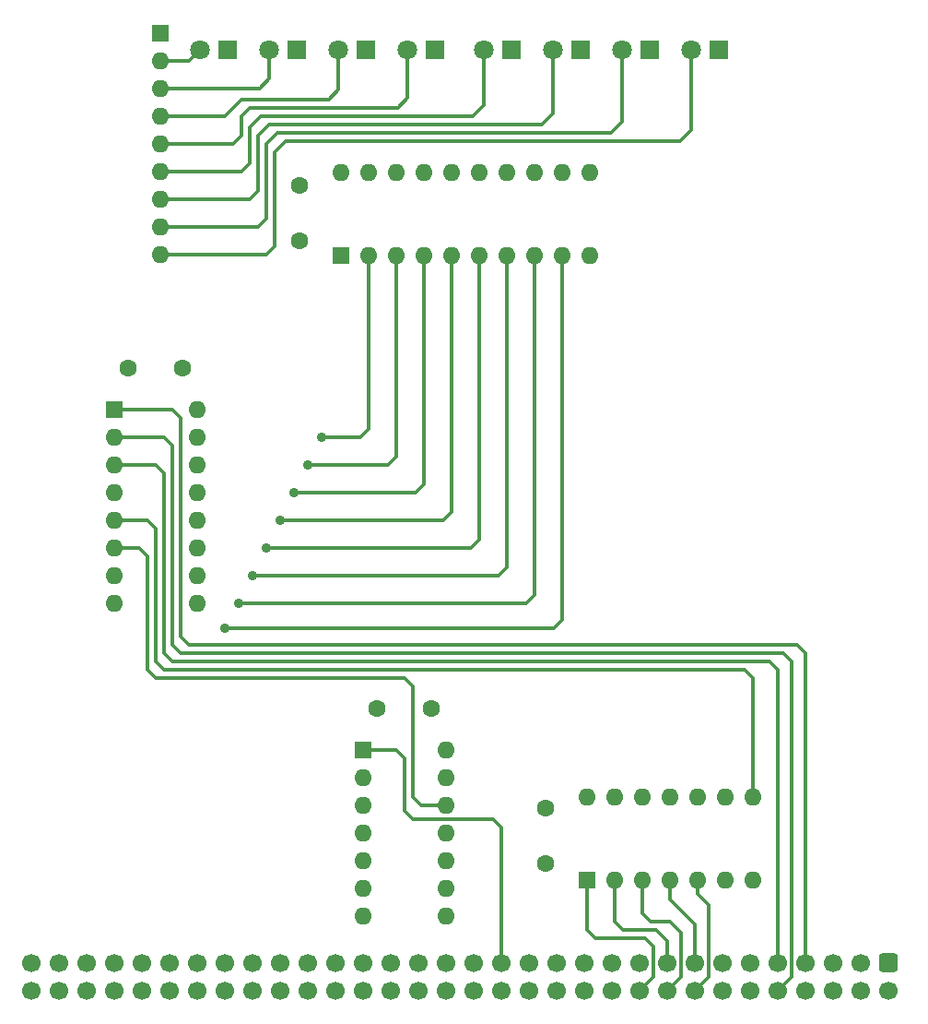
<source format=gbl>
G04 #@! TF.GenerationSoftware,KiCad,Pcbnew,5.1.6-c6e7f7d~86~ubuntu18.04.1*
G04 #@! TF.CreationDate,2020-06-20T00:16:09+12:00*
G04 #@! TF.ProjectId,M1 Address Decoding,4d312041-6464-4726-9573-73204465636f,rev?*
G04 #@! TF.SameCoordinates,Original*
G04 #@! TF.FileFunction,Copper,L4,Bot*
G04 #@! TF.FilePolarity,Positive*
%FSLAX46Y46*%
G04 Gerber Fmt 4.6, Leading zero omitted, Abs format (unit mm)*
G04 Created by KiCad (PCBNEW 5.1.6-c6e7f7d~86~ubuntu18.04.1) date 2020-06-20 00:16:09*
%MOMM*%
%LPD*%
G01*
G04 APERTURE LIST*
G04 #@! TA.AperFunction,ComponentPad*
%ADD10C,1.600000*%
G04 #@! TD*
G04 #@! TA.AperFunction,ComponentPad*
%ADD11C,1.700000*%
G04 #@! TD*
G04 #@! TA.AperFunction,ComponentPad*
%ADD12R,1.600000X1.600000*%
G04 #@! TD*
G04 #@! TA.AperFunction,ComponentPad*
%ADD13O,1.600000X1.600000*%
G04 #@! TD*
G04 #@! TA.AperFunction,ComponentPad*
%ADD14C,1.800000*%
G04 #@! TD*
G04 #@! TA.AperFunction,ComponentPad*
%ADD15R,1.800000X1.800000*%
G04 #@! TD*
G04 #@! TA.AperFunction,ViaPad*
%ADD16C,0.889000*%
G04 #@! TD*
G04 #@! TA.AperFunction,Conductor*
%ADD17C,0.330200*%
G04 #@! TD*
G04 APERTURE END LIST*
D10*
G04 #@! TO.P,C7,2*
G04 #@! TO.N,+5V*
X137795000Y-64215000D03*
G04 #@! TO.P,C7,1*
G04 #@! TO.N,GND*
X137795000Y-69215000D03*
G04 #@! TD*
G04 #@! TO.P,J1,1*
G04 #@! TO.N,GND*
G04 #@! TA.AperFunction,ComponentPad*
G36*
G01*
X191297000Y-134659000D02*
X192497000Y-134659000D01*
G75*
G02*
X192747000Y-134909000I0J-250000D01*
G01*
X192747000Y-136109000D01*
G75*
G02*
X192497000Y-136359000I-250000J0D01*
G01*
X191297000Y-136359000D01*
G75*
G02*
X191047000Y-136109000I0J250000D01*
G01*
X191047000Y-134909000D01*
G75*
G02*
X191297000Y-134659000I250000J0D01*
G01*
G37*
G04 #@! TD.AperFunction*
D11*
G04 #@! TO.P,J1,3*
G04 #@! TO.N,/A1*
X189357000Y-135509000D03*
G04 #@! TO.P,J1,5*
G04 #@! TO.N,/A3*
X186817000Y-135509000D03*
G04 #@! TO.P,J1,7*
G04 #@! TO.N,/A5*
X184277000Y-135509000D03*
G04 #@! TO.P,J1,9*
G04 #@! TO.N,/A7*
X181737000Y-135509000D03*
G04 #@! TO.P,J1,11*
G04 #@! TO.N,GND*
X179197000Y-135509000D03*
G04 #@! TO.P,J1,13*
X176657000Y-135509000D03*
G04 #@! TO.P,J1,15*
G04 #@! TO.N,/A9*
X174117000Y-135509000D03*
G04 #@! TO.P,J1,17*
G04 #@! TO.N,/A11*
X171577000Y-135509000D03*
G04 #@! TO.P,J1,19*
G04 #@! TO.N,/A13*
X169037000Y-135509000D03*
G04 #@! TO.P,J1,21*
G04 #@! TO.N,/A15*
X166497000Y-135509000D03*
G04 #@! TO.P,J1,23*
G04 #@! TO.N,GND*
X163957000Y-135509000D03*
G04 #@! TO.P,J1,25*
G04 #@! TO.N,+5V*
X161417000Y-135509000D03*
G04 #@! TO.P,J1,27*
G04 #@! TO.N,GND*
X158877000Y-135509000D03*
G04 #@! TO.P,J1,29*
G04 #@! TO.N,/nPCOE*
X156337000Y-135509000D03*
G04 #@! TO.P,J1,31*
G04 #@! TO.N,Net-(J1-Pad31)*
X153797000Y-135509000D03*
G04 #@! TO.P,J1,33*
G04 #@! TO.N,/nADROE*
X151257000Y-135509000D03*
G04 #@! TO.P,J1,35*
G04 #@! TO.N,Net-(J1-Pad35)*
X148717000Y-135509000D03*
G04 #@! TO.P,J1,37*
G04 #@! TO.N,/nMEN*
X146177000Y-135509000D03*
G04 #@! TO.P,J1,39*
G04 #@! TO.N,GND*
X143637000Y-135509000D03*
G04 #@! TO.P,J1,41*
X141097000Y-135509000D03*
G04 #@! TO.P,J1,43*
G04 #@! TO.N,/nIOSEL1*
X138557000Y-135509000D03*
G04 #@! TO.P,J1,45*
G04 #@! TO.N,/nIOSEL3*
X136017000Y-135509000D03*
G04 #@! TO.P,J1,47*
G04 #@! TO.N,/nIOSEL5*
X133477000Y-135509000D03*
G04 #@! TO.P,J1,49*
G04 #@! TO.N,/nIOSEL7*
X130937000Y-135509000D03*
G04 #@! TO.P,J1,51*
G04 #@! TO.N,GND*
X128397000Y-135509000D03*
G04 #@! TO.P,J1,53*
X125857000Y-135509000D03*
G04 #@! TO.P,J1,55*
G04 #@! TO.N,Net-(J1-Pad55)*
X123317000Y-135509000D03*
G04 #@! TO.P,J1,57*
G04 #@! TO.N,Net-(J1-Pad57)*
X120777000Y-135509000D03*
G04 #@! TO.P,J1,59*
G04 #@! TO.N,Net-(J1-Pad59)*
X118237000Y-135509000D03*
G04 #@! TO.P,J1,61*
G04 #@! TO.N,Net-(J1-Pad61)*
X115697000Y-135509000D03*
G04 #@! TO.P,J1,63*
G04 #@! TO.N,GND*
X113157000Y-135509000D03*
G04 #@! TO.P,J1,2*
X191897000Y-138049000D03*
G04 #@! TO.P,J1,4*
G04 #@! TO.N,/A0*
X189357000Y-138049000D03*
G04 #@! TO.P,J1,6*
G04 #@! TO.N,/A2*
X186817000Y-138049000D03*
G04 #@! TO.P,J1,8*
G04 #@! TO.N,/A4*
X184277000Y-138049000D03*
G04 #@! TO.P,J1,10*
G04 #@! TO.N,/A6*
X181737000Y-138049000D03*
G04 #@! TO.P,J1,12*
G04 #@! TO.N,GND*
X179197000Y-138049000D03*
G04 #@! TO.P,J1,14*
X176657000Y-138049000D03*
G04 #@! TO.P,J1,16*
G04 #@! TO.N,/A8*
X174117000Y-138049000D03*
G04 #@! TO.P,J1,18*
G04 #@! TO.N,/A10*
X171577000Y-138049000D03*
G04 #@! TO.P,J1,20*
G04 #@! TO.N,/A12*
X169037000Y-138049000D03*
G04 #@! TO.P,J1,22*
G04 #@! TO.N,/A14*
X166497000Y-138049000D03*
G04 #@! TO.P,J1,24*
G04 #@! TO.N,GND*
X163957000Y-138049000D03*
G04 #@! TO.P,J1,26*
G04 #@! TO.N,+5V*
X161417000Y-138049000D03*
G04 #@! TO.P,J1,28*
G04 #@! TO.N,GND*
X158877000Y-138049000D03*
G04 #@! TO.P,J1,30*
G04 #@! TO.N,Net-(J1-Pad30)*
X156337000Y-138049000D03*
G04 #@! TO.P,J1,32*
G04 #@! TO.N,Net-(J1-Pad32)*
X153797000Y-138049000D03*
G04 #@! TO.P,J1,34*
G04 #@! TO.N,Net-(J1-Pad34)*
X151257000Y-138049000D03*
G04 #@! TO.P,J1,36*
G04 #@! TO.N,Net-(J1-Pad36)*
X148717000Y-138049000D03*
G04 #@! TO.P,J1,38*
G04 #@! TO.N,Net-(J1-Pad38)*
X146177000Y-138049000D03*
G04 #@! TO.P,J1,40*
G04 #@! TO.N,Net-(J1-Pad40)*
X143637000Y-138049000D03*
G04 #@! TO.P,J1,42*
G04 #@! TO.N,GND*
X141097000Y-138049000D03*
G04 #@! TO.P,J1,44*
G04 #@! TO.N,/nIOSEL0*
X138557000Y-138049000D03*
G04 #@! TO.P,J1,46*
G04 #@! TO.N,/nIOSEL2*
X136017000Y-138049000D03*
G04 #@! TO.P,J1,48*
G04 #@! TO.N,/nIOSEL4*
X133477000Y-138049000D03*
G04 #@! TO.P,J1,50*
G04 #@! TO.N,/nIOSEL6*
X130937000Y-138049000D03*
G04 #@! TO.P,J1,52*
G04 #@! TO.N,GND*
X128397000Y-138049000D03*
G04 #@! TO.P,J1,54*
X125857000Y-138049000D03*
G04 #@! TO.P,J1,56*
G04 #@! TO.N,Net-(J1-Pad56)*
X123317000Y-138049000D03*
G04 #@! TO.P,J1,58*
G04 #@! TO.N,Net-(J1-Pad58)*
X120777000Y-138049000D03*
G04 #@! TO.P,J1,60*
G04 #@! TO.N,Net-(J1-Pad60)*
X118237000Y-138049000D03*
G04 #@! TO.P,J1,62*
G04 #@! TO.N,Net-(J1-Pad62)*
X115697000Y-138049000D03*
G04 #@! TO.P,J1,64*
G04 #@! TO.N,GND*
X113157000Y-138049000D03*
G04 #@! TD*
D12*
G04 #@! TO.P,RN1,1*
G04 #@! TO.N,GND*
X124968000Y-50165000D03*
D13*
G04 #@! TO.P,RN1,2*
G04 #@! TO.N,Net-(D1-Pad8)*
X124968000Y-52705000D03*
G04 #@! TO.P,RN1,3*
G04 #@! TO.N,Net-(D1-Pad6)*
X124968000Y-55245000D03*
G04 #@! TO.P,RN1,4*
G04 #@! TO.N,Net-(D1-Pad4)*
X124968000Y-57785000D03*
G04 #@! TO.P,RN1,5*
G04 #@! TO.N,Net-(D1-Pad2)*
X124968000Y-60325000D03*
G04 #@! TO.P,RN1,6*
G04 #@! TO.N,Net-(D2-Pad8)*
X124968000Y-62865000D03*
G04 #@! TO.P,RN1,7*
G04 #@! TO.N,Net-(D2-Pad6)*
X124968000Y-65405000D03*
G04 #@! TO.P,RN1,8*
G04 #@! TO.N,Net-(D2-Pad4)*
X124968000Y-67945000D03*
G04 #@! TO.P,RN1,9*
G04 #@! TO.N,Net-(D2-Pad2)*
X124968000Y-70485000D03*
G04 #@! TD*
D14*
G04 #@! TO.P,D1,4*
G04 #@! TO.N,Net-(D1-Pad4)*
X141351000Y-51689000D03*
D15*
G04 #@! TO.P,D1,3*
G04 #@! TO.N,Net-(D1-Pad3)*
X143891000Y-51689000D03*
G04 #@! TO.P,D1,5*
G04 #@! TO.N,Net-(D1-Pad5)*
X137541000Y-51689000D03*
D14*
G04 #@! TO.P,D1,6*
G04 #@! TO.N,Net-(D1-Pad6)*
X135001000Y-51689000D03*
D15*
G04 #@! TO.P,D1,1*
G04 #@! TO.N,Net-(D1-Pad1)*
X150241000Y-51689000D03*
D14*
G04 #@! TO.P,D1,2*
G04 #@! TO.N,Net-(D1-Pad2)*
X147701000Y-51689000D03*
D15*
G04 #@! TO.P,D1,7*
G04 #@! TO.N,Net-(D1-Pad7)*
X131191000Y-51689000D03*
D14*
G04 #@! TO.P,D1,8*
G04 #@! TO.N,Net-(D1-Pad8)*
X128651000Y-51689000D03*
G04 #@! TD*
G04 #@! TO.P,D2,8*
G04 #@! TO.N,Net-(D2-Pad8)*
X154686000Y-51689000D03*
D15*
G04 #@! TO.P,D2,7*
G04 #@! TO.N,Net-(D2-Pad7)*
X157226000Y-51689000D03*
D14*
G04 #@! TO.P,D2,2*
G04 #@! TO.N,Net-(D2-Pad2)*
X173736000Y-51689000D03*
D15*
G04 #@! TO.P,D2,1*
G04 #@! TO.N,Net-(D2-Pad1)*
X176276000Y-51689000D03*
D14*
G04 #@! TO.P,D2,6*
G04 #@! TO.N,Net-(D2-Pad6)*
X161036000Y-51689000D03*
D15*
G04 #@! TO.P,D2,5*
G04 #@! TO.N,Net-(D2-Pad5)*
X163576000Y-51689000D03*
G04 #@! TO.P,D2,3*
G04 #@! TO.N,Net-(D2-Pad3)*
X169926000Y-51689000D03*
D14*
G04 #@! TO.P,D2,4*
G04 #@! TO.N,Net-(D2-Pad4)*
X167386000Y-51689000D03*
G04 #@! TD*
D10*
G04 #@! TO.P,C1,1*
G04 #@! TO.N,GND*
X144907000Y-112141000D03*
G04 #@! TO.P,C1,2*
G04 #@! TO.N,+5V*
X149907000Y-112141000D03*
G04 #@! TD*
G04 #@! TO.P,C2,1*
G04 #@! TO.N,GND*
X160401000Y-126365000D03*
G04 #@! TO.P,C2,2*
G04 #@! TO.N,+5V*
X160401000Y-121365000D03*
G04 #@! TD*
G04 #@! TO.P,C3,2*
G04 #@! TO.N,+5V*
X127047000Y-80899000D03*
G04 #@! TO.P,C3,1*
G04 #@! TO.N,GND*
X122047000Y-80899000D03*
G04 #@! TD*
D12*
G04 #@! TO.P,U3,1*
G04 #@! TO.N,/A12*
X164211000Y-127889000D03*
D13*
G04 #@! TO.P,U3,8*
G04 #@! TO.N,/E2*
X179451000Y-120269000D03*
G04 #@! TO.P,U3,2*
G04 #@! TO.N,/A11*
X166751000Y-127889000D03*
G04 #@! TO.P,U3,9*
G04 #@! TO.N,N/C*
X176911000Y-120269000D03*
G04 #@! TO.P,U3,3*
G04 #@! TO.N,/A10*
X169291000Y-127889000D03*
G04 #@! TO.P,U3,10*
G04 #@! TO.N,N/C*
X174371000Y-120269000D03*
G04 #@! TO.P,U3,4*
G04 #@! TO.N,/A9*
X171831000Y-127889000D03*
G04 #@! TO.P,U3,11*
G04 #@! TO.N,/A14*
X171831000Y-120269000D03*
G04 #@! TO.P,U3,5*
G04 #@! TO.N,/A8*
X174371000Y-127889000D03*
G04 #@! TO.P,U3,12*
G04 #@! TO.N,/A15*
X169291000Y-120269000D03*
G04 #@! TO.P,U3,6*
G04 #@! TO.N,/A13*
X176911000Y-127889000D03*
G04 #@! TO.P,U3,13*
G04 #@! TO.N,N/C*
X166751000Y-120269000D03*
G04 #@! TO.P,U3,7*
G04 #@! TO.N,GND*
X179451000Y-127889000D03*
G04 #@! TO.P,U3,14*
G04 #@! TO.N,+5V*
X164211000Y-120269000D03*
G04 #@! TD*
D12*
G04 #@! TO.P,U4,1*
G04 #@! TO.N,/A5*
X120777000Y-84709000D03*
D13*
G04 #@! TO.P,U4,9*
G04 #@! TO.N,/nIOSEL6*
X128397000Y-102489000D03*
G04 #@! TO.P,U4,2*
G04 #@! TO.N,/A6*
X120777000Y-87249000D03*
G04 #@! TO.P,U4,10*
G04 #@! TO.N,/nIOSEL5*
X128397000Y-99949000D03*
G04 #@! TO.P,U4,3*
G04 #@! TO.N,/A7*
X120777000Y-89789000D03*
G04 #@! TO.P,U4,11*
G04 #@! TO.N,/nIOSEL4*
X128397000Y-97409000D03*
G04 #@! TO.P,U4,4*
G04 #@! TO.N,GND*
X120777000Y-92329000D03*
G04 #@! TO.P,U4,12*
G04 #@! TO.N,/nIOSEL3*
X128397000Y-94869000D03*
G04 #@! TO.P,U4,5*
G04 #@! TO.N,/E2*
X120777000Y-94869000D03*
G04 #@! TO.P,U4,13*
G04 #@! TO.N,/nIOSEL2*
X128397000Y-92329000D03*
G04 #@! TO.P,U4,6*
G04 #@! TO.N,/E1*
X120777000Y-97409000D03*
G04 #@! TO.P,U4,14*
G04 #@! TO.N,/nIOSEL1*
X128397000Y-89789000D03*
G04 #@! TO.P,U4,7*
G04 #@! TO.N,/nIOSEL7*
X120777000Y-99949000D03*
G04 #@! TO.P,U4,15*
G04 #@! TO.N,/nIOSEL0*
X128397000Y-87249000D03*
G04 #@! TO.P,U4,8*
G04 #@! TO.N,GND*
X120777000Y-102489000D03*
G04 #@! TO.P,U4,16*
G04 #@! TO.N,+5V*
X128397000Y-84709000D03*
G04 #@! TD*
D12*
G04 #@! TO.P,U5,1*
G04 #@! TO.N,GND*
X141605000Y-70612000D03*
D13*
G04 #@! TO.P,U5,11*
G04 #@! TO.N,Net-(D2-Pad1)*
X164465000Y-62992000D03*
G04 #@! TO.P,U5,2*
G04 #@! TO.N,/nIOSEL0*
X144145000Y-70612000D03*
G04 #@! TO.P,U5,12*
G04 #@! TO.N,Net-(D2-Pad3)*
X161925000Y-62992000D03*
G04 #@! TO.P,U5,3*
G04 #@! TO.N,/nIOSEL1*
X146685000Y-70612000D03*
G04 #@! TO.P,U5,13*
G04 #@! TO.N,Net-(D2-Pad5)*
X159385000Y-62992000D03*
G04 #@! TO.P,U5,4*
G04 #@! TO.N,/nIOSEL2*
X149225000Y-70612000D03*
G04 #@! TO.P,U5,14*
G04 #@! TO.N,Net-(D2-Pad7)*
X156845000Y-62992000D03*
G04 #@! TO.P,U5,5*
G04 #@! TO.N,/nIOSEL3*
X151765000Y-70612000D03*
G04 #@! TO.P,U5,15*
G04 #@! TO.N,Net-(D1-Pad1)*
X154305000Y-62992000D03*
G04 #@! TO.P,U5,6*
G04 #@! TO.N,/nIOSEL4*
X154305000Y-70612000D03*
G04 #@! TO.P,U5,16*
G04 #@! TO.N,Net-(D1-Pad3)*
X151765000Y-62992000D03*
G04 #@! TO.P,U5,7*
G04 #@! TO.N,/nIOSEL5*
X156845000Y-70612000D03*
G04 #@! TO.P,U5,17*
G04 #@! TO.N,Net-(D1-Pad5)*
X149225000Y-62992000D03*
G04 #@! TO.P,U5,8*
G04 #@! TO.N,/nIOSEL6*
X159385000Y-70612000D03*
G04 #@! TO.P,U5,18*
G04 #@! TO.N,Net-(D1-Pad7)*
X146685000Y-62992000D03*
G04 #@! TO.P,U5,9*
G04 #@! TO.N,/nIOSEL7*
X161925000Y-70612000D03*
G04 #@! TO.P,U5,19*
G04 #@! TO.N,GND*
X144145000Y-62992000D03*
G04 #@! TO.P,U5,10*
X164465000Y-70612000D03*
G04 #@! TO.P,U5,20*
G04 #@! TO.N,+5V*
X141605000Y-62992000D03*
G04 #@! TD*
D12*
G04 #@! TO.P,U1,1*
G04 #@! TO.N,/nPCOE*
X143637000Y-115951000D03*
D13*
G04 #@! TO.P,U1,8*
G04 #@! TO.N,Net-(U1-Pad8)*
X151257000Y-131191000D03*
G04 #@! TO.P,U1,2*
G04 #@! TO.N,/nMEN*
X143637000Y-118491000D03*
G04 #@! TO.P,U1,9*
G04 #@! TO.N,GND*
X151257000Y-128651000D03*
G04 #@! TO.P,U1,3*
X143637000Y-121031000D03*
G04 #@! TO.P,U1,10*
X151257000Y-126111000D03*
G04 #@! TO.P,U1,4*
X143637000Y-123571000D03*
G04 #@! TO.P,U1,11*
X151257000Y-123571000D03*
G04 #@! TO.P,U1,5*
X143637000Y-126111000D03*
G04 #@! TO.P,U1,12*
G04 #@! TO.N,/E1*
X151257000Y-121031000D03*
G04 #@! TO.P,U1,6*
G04 #@! TO.N,Net-(U1-Pad6)*
X143637000Y-128651000D03*
G04 #@! TO.P,U1,13*
G04 #@! TO.N,/nADROE*
X151257000Y-118491000D03*
G04 #@! TO.P,U1,7*
G04 #@! TO.N,GND*
X143637000Y-131191000D03*
G04 #@! TO.P,U1,14*
G04 #@! TO.N,+5V*
X151257000Y-115951000D03*
G04 #@! TD*
D16*
G04 #@! TO.N,/nIOSEL7*
X130937000Y-104775000D03*
G04 #@! TO.N,/nIOSEL1*
X138557000Y-89789000D03*
G04 #@! TO.N,/nIOSEL3*
X136017000Y-94869000D03*
G04 #@! TO.N,/nIOSEL5*
X133477000Y-99949000D03*
G04 #@! TO.N,/nIOSEL0*
X139827000Y-87249000D03*
G04 #@! TO.N,/nIOSEL2*
X137287000Y-92329000D03*
G04 #@! TO.N,/nIOSEL4*
X134746101Y-97409000D03*
G04 #@! TO.N,/nIOSEL6*
X132207000Y-102489000D03*
G04 #@! TD*
D17*
G04 #@! TO.N,Net-(D1-Pad2)*
X133223000Y-57023000D02*
X132461000Y-57785000D01*
X147701000Y-51689000D02*
X147701000Y-56134000D01*
X147701000Y-56134000D02*
X146812000Y-57023000D01*
X146812000Y-57023000D02*
X133223000Y-57023000D01*
X124968000Y-60325000D02*
X131699000Y-60325000D01*
X132461000Y-57785000D02*
X132461000Y-59563000D01*
X131699000Y-60325000D02*
X132461000Y-59563000D01*
G04 #@! TO.N,Net-(D2-Pad2)*
X136525000Y-60071000D02*
X135509000Y-61087000D01*
X173736000Y-59055000D02*
X172720000Y-60071000D01*
X173736000Y-51689000D02*
X173736000Y-59055000D01*
X172720000Y-60071000D02*
X136525000Y-60071000D01*
X124968000Y-70485000D02*
X134747000Y-70485000D01*
X134747000Y-70485000D02*
X135509000Y-69723000D01*
X135509000Y-61087000D02*
X135509000Y-69723000D01*
G04 #@! TO.N,/A5*
X120777000Y-84709000D02*
X126111000Y-84709000D01*
X126111000Y-84709000D02*
X126873000Y-85471000D01*
X126873000Y-85471000D02*
X126873000Y-105537000D01*
X126873000Y-105537000D02*
X127635000Y-106299000D01*
X184277000Y-135509000D02*
X184277000Y-107061000D01*
X184277000Y-107061000D02*
X183515000Y-106299000D01*
X127635000Y-106299000D02*
X183515000Y-106299000D01*
G04 #@! TO.N,/A7*
X125349000Y-107061000D02*
X126111000Y-107823000D01*
X125349000Y-90551000D02*
X125349000Y-107061000D01*
X120777000Y-89789000D02*
X124587000Y-89789000D01*
X124587000Y-89789000D02*
X125349000Y-90551000D01*
X181737000Y-108585000D02*
X180975000Y-107823000D01*
X126111000Y-107823000D02*
X180975000Y-107823000D01*
X181737000Y-135509000D02*
X181737000Y-108585000D01*
G04 #@! TO.N,/A9*
X174117000Y-131953000D02*
X174117000Y-135509000D01*
X171831000Y-127889000D02*
X171831000Y-129667000D01*
X171831000Y-129667000D02*
X174117000Y-131953000D01*
G04 #@! TO.N,/A11*
X170561000Y-132461000D02*
X171577000Y-133477000D01*
X171577000Y-133477000D02*
X171577000Y-135509000D01*
X166751000Y-127889000D02*
X166751000Y-131699000D01*
X167513000Y-132461000D02*
X170561000Y-132461000D01*
X166751000Y-131699000D02*
X167513000Y-132461000D01*
G04 #@! TO.N,/nPCOE*
X156337000Y-135509000D02*
X156337000Y-123063000D01*
X156337000Y-123063000D02*
X155575000Y-122301000D01*
X155575000Y-122301000D02*
X148209000Y-122301000D01*
X148209000Y-122301000D02*
X147447000Y-121539000D01*
X147447000Y-121539000D02*
X147447000Y-116713000D01*
X147447000Y-116713000D02*
X146685000Y-115951000D01*
X146685000Y-115951000D02*
X143637000Y-115951000D01*
G04 #@! TO.N,/A6*
X125349000Y-87249000D02*
X120777000Y-87249000D01*
X126111000Y-88011000D02*
X125349000Y-87249000D01*
X126111000Y-106299000D02*
X126111000Y-88011000D01*
X181737000Y-138049000D02*
X183007000Y-136779000D01*
X183007000Y-136779000D02*
X183007000Y-107823000D01*
X182245000Y-107061000D02*
X126873000Y-107061000D01*
X183007000Y-107823000D02*
X182245000Y-107061000D01*
X126873000Y-107061000D02*
X126111000Y-106299000D01*
G04 #@! TO.N,/A8*
X175387000Y-136779000D02*
X174117000Y-138049000D01*
X175387000Y-130175000D02*
X175387000Y-136779000D01*
X174371000Y-127889000D02*
X174371000Y-129159000D01*
X174371000Y-129159000D02*
X175387000Y-130175000D01*
G04 #@! TO.N,/A10*
X172847000Y-136779000D02*
X171577000Y-138049000D01*
X172847000Y-132715000D02*
X172847000Y-136779000D01*
X171831000Y-131699000D02*
X172847000Y-132715000D01*
X169291000Y-127889000D02*
X169291000Y-130937000D01*
X169291000Y-130937000D02*
X170053000Y-131699000D01*
X170053000Y-131699000D02*
X171831000Y-131699000D01*
G04 #@! TO.N,/A12*
X170307000Y-133985000D02*
X169545000Y-133223000D01*
X169037000Y-138049000D02*
X170307000Y-136779000D01*
X170307000Y-136779000D02*
X170307000Y-133985000D01*
X164211000Y-127889000D02*
X164211000Y-132461000D01*
X164211000Y-132461000D02*
X164973000Y-133223000D01*
X169545000Y-133223000D02*
X164973000Y-133223000D01*
G04 #@! TO.N,/nIOSEL7*
X130937000Y-104775000D02*
X161163000Y-104775000D01*
X161163000Y-104775000D02*
X161925000Y-104013000D01*
X161925000Y-104013000D02*
X161925000Y-70612000D01*
G04 #@! TO.N,Net-(D1-Pad4)*
X132461000Y-56261000D02*
X131699000Y-57023000D01*
X130937000Y-57785000D02*
X131699000Y-57023000D01*
X125603000Y-57785000D02*
X130937000Y-57785000D01*
X141351000Y-55372000D02*
X140462000Y-56261000D01*
X141351000Y-51689000D02*
X141351000Y-55372000D01*
X140462000Y-56261000D02*
X132461000Y-56261000D01*
G04 #@! TO.N,Net-(D1-Pad6)*
X135001000Y-54356000D02*
X134112000Y-55245000D01*
X135001000Y-51689000D02*
X135001000Y-54356000D01*
X134112000Y-55245000D02*
X125603000Y-55245000D01*
G04 #@! TO.N,Net-(D1-Pad8)*
X127635000Y-52705000D02*
X128651000Y-51689000D01*
X124968000Y-52705000D02*
X127635000Y-52705000D01*
G04 #@! TO.N,Net-(D2-Pad8)*
X134239000Y-57785000D02*
X133223000Y-58801000D01*
X154686000Y-56769000D02*
X153670000Y-57785000D01*
X154686000Y-51689000D02*
X154686000Y-56769000D01*
X153670000Y-57785000D02*
X134239000Y-57785000D01*
X132461000Y-62865000D02*
X133223000Y-62103000D01*
X124968000Y-62865000D02*
X132461000Y-62865000D01*
X133223000Y-58801000D02*
X133223000Y-62103000D01*
G04 #@! TO.N,Net-(D2-Pad6)*
X135001000Y-58547000D02*
X133985000Y-59563000D01*
X161036000Y-57531000D02*
X160020000Y-58547000D01*
X161036000Y-51689000D02*
X161036000Y-57531000D01*
X160020000Y-58547000D02*
X135001000Y-58547000D01*
X133223000Y-65405000D02*
X133985000Y-64643000D01*
X124968000Y-65405000D02*
X133223000Y-65405000D01*
X133985000Y-59563000D02*
X133985000Y-64643000D01*
G04 #@! TO.N,Net-(D2-Pad4)*
X135763000Y-59309000D02*
X134747000Y-60325000D01*
X167386000Y-58293000D02*
X166370000Y-59309000D01*
X167386000Y-51689000D02*
X167386000Y-58293000D01*
X166370000Y-59309000D02*
X135763000Y-59309000D01*
X124968000Y-67945000D02*
X133985000Y-67945000D01*
X134747000Y-60325000D02*
X134747000Y-67183000D01*
X133985000Y-67945000D02*
X134747000Y-67183000D01*
G04 #@! TO.N,/nIOSEL1*
X138557000Y-89789000D02*
X145923000Y-89789000D01*
X145923000Y-89789000D02*
X146685000Y-89027000D01*
X146685000Y-89027000D02*
X146685000Y-70612000D01*
G04 #@! TO.N,/nIOSEL3*
X136017000Y-94869000D02*
X151003000Y-94869000D01*
X151003000Y-94869000D02*
X151765000Y-94107000D01*
X151765000Y-94107000D02*
X151765000Y-70612000D01*
G04 #@! TO.N,/nIOSEL5*
X133477000Y-99949000D02*
X156083000Y-99949000D01*
X156083000Y-99949000D02*
X156845000Y-99187000D01*
X156845000Y-99187000D02*
X156845000Y-70612000D01*
G04 #@! TO.N,/nIOSEL0*
X143383000Y-87249000D02*
X144145000Y-86487000D01*
X139827000Y-87249000D02*
X143383000Y-87249000D01*
X144145000Y-86487000D02*
X144145000Y-70612000D01*
G04 #@! TO.N,/nIOSEL2*
X149225000Y-91567000D02*
X149225000Y-70612000D01*
X137287000Y-92329000D02*
X148463000Y-92329000D01*
X148463000Y-92329000D02*
X149225000Y-91567000D01*
G04 #@! TO.N,/nIOSEL4*
X134746101Y-97409000D02*
X153543000Y-97409000D01*
X153543000Y-97409000D02*
X154305000Y-96647000D01*
X154305000Y-96647000D02*
X154305000Y-70612000D01*
G04 #@! TO.N,/nIOSEL6*
X132207000Y-102489000D02*
X158623000Y-102489000D01*
X158623000Y-102489000D02*
X159385000Y-101727000D01*
X159385000Y-101727000D02*
X159385000Y-70612000D01*
G04 #@! TO.N,/E1*
X123825000Y-108585000D02*
X124587000Y-109347000D01*
X123825000Y-98171000D02*
X123825000Y-108585000D01*
X123063000Y-97409000D02*
X123825000Y-98171000D01*
X120777000Y-97409000D02*
X123063000Y-97409000D01*
X151257000Y-121031000D02*
X148971000Y-121031000D01*
X148971000Y-121031000D02*
X148209000Y-120269000D01*
X148209000Y-120269000D02*
X148209000Y-110109000D01*
X124587000Y-109347000D02*
X147447000Y-109347000D01*
X148209000Y-110109000D02*
X147447000Y-109347000D01*
G04 #@! TO.N,/E2*
X123825000Y-94869000D02*
X120777000Y-94869000D01*
X179451000Y-109347000D02*
X178689000Y-108585000D01*
X179451000Y-120269000D02*
X179451000Y-109347000D01*
X124587000Y-95631000D02*
X123825000Y-94869000D01*
X178689000Y-108585000D02*
X125349000Y-108585000D01*
X125349000Y-108585000D02*
X124587000Y-107823000D01*
X124587000Y-107823000D02*
X124587000Y-95631000D01*
G04 #@! TD*
M02*

</source>
